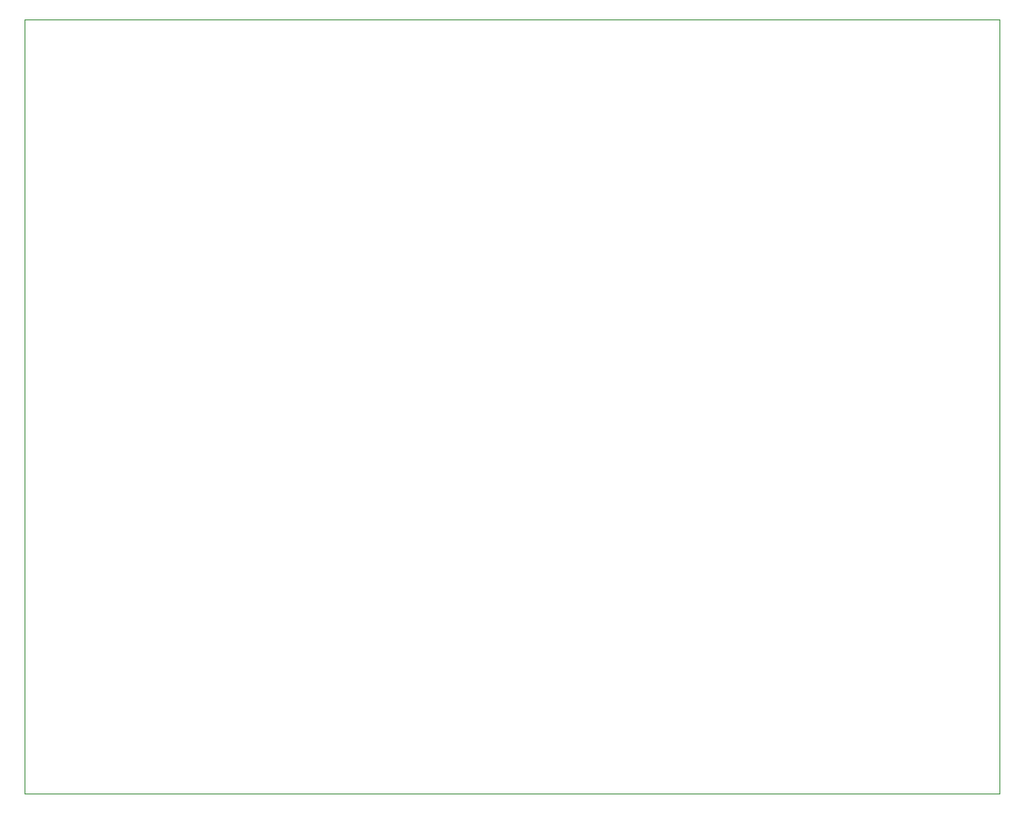
<source format=gbr>
G04 #@! TF.GenerationSoftware,KiCad,Pcbnew,(5.1.2)-1*
G04 #@! TF.CreationDate,2019-05-20T20:05:41-05:00*
G04 #@! TF.ProjectId,Nixie Tube Clock,4e697869-6520-4547-9562-6520436c6f63,rev?*
G04 #@! TF.SameCoordinates,Original*
G04 #@! TF.FileFunction,Profile,NP*
%FSLAX46Y46*%
G04 Gerber Fmt 4.6, Leading zero omitted, Abs format (unit mm)*
G04 Created by KiCad (PCBNEW (5.1.2)-1) date 2019-05-20 20:05:41*
%MOMM*%
%LPD*%
G04 APERTURE LIST*
%ADD10C,0.050000*%
G04 APERTURE END LIST*
D10*
X15240000Y-94996000D02*
X15240000Y-17526000D01*
X112776000Y-94996000D02*
X15240000Y-94996000D01*
X112776000Y-17526000D02*
X112776000Y-94996000D01*
X15240000Y-17526000D02*
X112776000Y-17526000D01*
M02*

</source>
